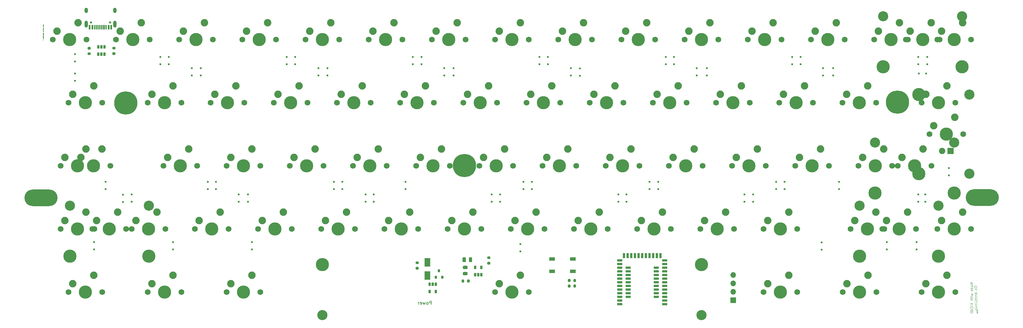
<source format=gbs>
%TF.GenerationSoftware,KiCad,Pcbnew,5.1.10*%
%TF.CreationDate,2021-06-04T23:25:31+02:00*%
%TF.ProjectId,ptm-60nrf,70746d2d-3630-46e7-9266-2e6b69636164,rev?*%
%TF.SameCoordinates,Original*%
%TF.FileFunction,Soldermask,Bot*%
%TF.FilePolarity,Negative*%
%FSLAX46Y46*%
G04 Gerber Fmt 4.6, Leading zero omitted, Abs format (unit mm)*
G04 Created by KiCad (PCBNEW 5.1.10) date 2021-06-04 23:25:31*
%MOMM*%
%LPD*%
G01*
G04 APERTURE LIST*
%ADD10C,0.040000*%
%ADD11C,0.090000*%
%ADD12C,0.050000*%
%ADD13C,0.150000*%
%ADD14R,0.500000X0.500000*%
%ADD15R,1.800000X2.500000*%
%ADD16C,2.250000*%
%ADD17C,3.987800*%
%ADD18C,1.750000*%
%ADD19O,1.700000X1.700000*%
%ADD20R,1.700000X1.700000*%
%ADD21O,9.999980X5.001260*%
%ADD22C,7.000240*%
%ADD23R,1.800000X1.100000*%
%ADD24R,0.650000X1.060000*%
%ADD25R,0.800000X0.900000*%
%ADD26R,0.600000X1.450000*%
%ADD27R,0.300000X1.450000*%
%ADD28O,1.000000X2.100000*%
%ADD29C,0.650000*%
%ADD30O,1.000000X1.600000*%
%ADD31C,3.048000*%
%ADD32R,1.905000X1.905000*%
%ADD33C,1.905000*%
%ADD34R,1.524000X0.700000*%
%ADD35R,0.700000X1.524000*%
G04 APERTURE END LIST*
D10*
X301915000Y-109081666D02*
X301931666Y-109131666D01*
X301948333Y-109148333D01*
X301981666Y-109165000D01*
X302031666Y-109165000D01*
X302065000Y-109148333D01*
X302081666Y-109131666D01*
X302098333Y-109098333D01*
X302098333Y-108965000D01*
X301748333Y-108965000D01*
X301748333Y-109081666D01*
X301765000Y-109115000D01*
X301781666Y-109131666D01*
X301815000Y-109148333D01*
X301848333Y-109148333D01*
X301881666Y-109131666D01*
X301898333Y-109115000D01*
X301915000Y-109081666D01*
X301915000Y-108965000D01*
X301748333Y-109265000D02*
X301748333Y-109465000D01*
X302098333Y-109365000D02*
X301748333Y-109365000D01*
X301748333Y-109548333D02*
X302098333Y-109631666D01*
X301848333Y-109698333D01*
X302098333Y-109765000D01*
X301748333Y-109848333D01*
D11*
X300611785Y-100668571D02*
X299861785Y-100668571D01*
X300397500Y-100918571D01*
X299861785Y-101168571D01*
X300611785Y-101168571D01*
X300611785Y-101847142D02*
X300218928Y-101847142D01*
X300147500Y-101811428D01*
X300111785Y-101740000D01*
X300111785Y-101597142D01*
X300147500Y-101525714D01*
X300576071Y-101847142D02*
X300611785Y-101775714D01*
X300611785Y-101597142D01*
X300576071Y-101525714D01*
X300504642Y-101490000D01*
X300433214Y-101490000D01*
X300361785Y-101525714D01*
X300326071Y-101597142D01*
X300326071Y-101775714D01*
X300290357Y-101847142D01*
X300611785Y-102525714D02*
X299861785Y-102525714D01*
X300576071Y-102525714D02*
X300611785Y-102454285D01*
X300611785Y-102311428D01*
X300576071Y-102240000D01*
X300540357Y-102204285D01*
X300468928Y-102168571D01*
X300254642Y-102168571D01*
X300183214Y-102204285D01*
X300147500Y-102240000D01*
X300111785Y-102311428D01*
X300111785Y-102454285D01*
X300147500Y-102525714D01*
X300576071Y-103168571D02*
X300611785Y-103097142D01*
X300611785Y-102954285D01*
X300576071Y-102882857D01*
X300504642Y-102847142D01*
X300218928Y-102847142D01*
X300147500Y-102882857D01*
X300111785Y-102954285D01*
X300111785Y-103097142D01*
X300147500Y-103168571D01*
X300218928Y-103204285D01*
X300290357Y-103204285D01*
X300361785Y-102847142D01*
X300111785Y-104025714D02*
X300611785Y-104168571D01*
X300254642Y-104311428D01*
X300611785Y-104454285D01*
X300111785Y-104597142D01*
X300611785Y-104882857D02*
X300111785Y-104882857D01*
X299861785Y-104882857D02*
X299897500Y-104847142D01*
X299933214Y-104882857D01*
X299897500Y-104918571D01*
X299861785Y-104882857D01*
X299933214Y-104882857D01*
X300111785Y-105132857D02*
X300111785Y-105418571D01*
X299861785Y-105240000D02*
X300504642Y-105240000D01*
X300576071Y-105275714D01*
X300611785Y-105347142D01*
X300611785Y-105418571D01*
X300611785Y-105668571D02*
X299861785Y-105668571D01*
X300611785Y-105990000D02*
X300218928Y-105990000D01*
X300147500Y-105954285D01*
X300111785Y-105882857D01*
X300111785Y-105775714D01*
X300147500Y-105704285D01*
X300183214Y-105668571D01*
X300611785Y-106918571D02*
X299861785Y-106918571D01*
X300611785Y-107347142D02*
X300183214Y-107025714D01*
X299861785Y-107347142D02*
X300290357Y-106918571D01*
X300611785Y-107668571D02*
X300111785Y-107668571D01*
X299861785Y-107668571D02*
X299897500Y-107632857D01*
X299933214Y-107668571D01*
X299897500Y-107704285D01*
X299861785Y-107668571D01*
X299933214Y-107668571D01*
X300540357Y-108454285D02*
X300576071Y-108418571D01*
X300611785Y-108311428D01*
X300611785Y-108240000D01*
X300576071Y-108132857D01*
X300504642Y-108061428D01*
X300433214Y-108025714D01*
X300290357Y-107990000D01*
X300183214Y-107990000D01*
X300040357Y-108025714D01*
X299968928Y-108061428D01*
X299897500Y-108132857D01*
X299861785Y-108240000D01*
X299861785Y-108311428D01*
X299897500Y-108418571D01*
X299933214Y-108454285D01*
X300397500Y-108740000D02*
X300397500Y-109097142D01*
X300611785Y-108668571D02*
X299861785Y-108918571D01*
X300611785Y-109168571D01*
X300611785Y-109418571D02*
X299861785Y-109418571D01*
X299861785Y-109597142D01*
X299897500Y-109704285D01*
X299968928Y-109775714D01*
X300040357Y-109811428D01*
X300183214Y-109847142D01*
X300290357Y-109847142D01*
X300433214Y-109811428D01*
X300504642Y-109775714D01*
X300576071Y-109704285D01*
X300611785Y-109597142D01*
X300611785Y-109418571D01*
X301076785Y-101865000D02*
X301076785Y-102007857D01*
X301112500Y-102079285D01*
X301183928Y-102150714D01*
X301326785Y-102186428D01*
X301576785Y-102186428D01*
X301719642Y-102150714D01*
X301791071Y-102079285D01*
X301826785Y-102007857D01*
X301826785Y-101865000D01*
X301791071Y-101793571D01*
X301719642Y-101722142D01*
X301576785Y-101686428D01*
X301326785Y-101686428D01*
X301183928Y-101722142D01*
X301112500Y-101793571D01*
X301076785Y-101865000D01*
X301326785Y-102507857D02*
X301826785Y-102507857D01*
X301398214Y-102507857D02*
X301362500Y-102543571D01*
X301326785Y-102615000D01*
X301326785Y-102722142D01*
X301362500Y-102793571D01*
X301433928Y-102829285D01*
X301826785Y-102829285D01*
X301612500Y-103722142D02*
X301612500Y-104079285D01*
X301826785Y-103650714D02*
X301076785Y-103900714D01*
X301826785Y-104150714D01*
X301826785Y-104400714D02*
X301326785Y-104400714D01*
X301469642Y-104400714D02*
X301398214Y-104436428D01*
X301362500Y-104472142D01*
X301326785Y-104543571D01*
X301326785Y-104615000D01*
X301791071Y-105186428D02*
X301826785Y-105115000D01*
X301826785Y-104972142D01*
X301791071Y-104900714D01*
X301755357Y-104865000D01*
X301683928Y-104829285D01*
X301469642Y-104829285D01*
X301398214Y-104865000D01*
X301362500Y-104900714D01*
X301326785Y-104972142D01*
X301326785Y-105115000D01*
X301362500Y-105186428D01*
X301826785Y-105507857D02*
X301076785Y-105507857D01*
X301826785Y-105829285D02*
X301433928Y-105829285D01*
X301362500Y-105793571D01*
X301326785Y-105722142D01*
X301326785Y-105615000D01*
X301362500Y-105543571D01*
X301398214Y-105507857D01*
X301826785Y-106543571D02*
X301826785Y-106186428D01*
X301076785Y-106186428D01*
X301826785Y-106793571D02*
X301326785Y-106793571D01*
X301076785Y-106793571D02*
X301112500Y-106757857D01*
X301148214Y-106793571D01*
X301112500Y-106829285D01*
X301076785Y-106793571D01*
X301148214Y-106793571D01*
X301326785Y-107150714D02*
X301826785Y-107150714D01*
X301398214Y-107150714D02*
X301362500Y-107186428D01*
X301326785Y-107257857D01*
X301326785Y-107365000D01*
X301362500Y-107436428D01*
X301433928Y-107472142D01*
X301826785Y-107472142D01*
X301326785Y-108150714D02*
X301826785Y-108150714D01*
X301326785Y-107829285D02*
X301719642Y-107829285D01*
X301791071Y-107865000D01*
X301826785Y-107936428D01*
X301826785Y-108043571D01*
X301791071Y-108115000D01*
X301755357Y-108150714D01*
X301826785Y-108436428D02*
X301326785Y-108829285D01*
X301326785Y-108436428D02*
X301826785Y-108829285D01*
D12*
X20320714Y-27532083D02*
X20308809Y-27521666D01*
X20296904Y-27535059D01*
X20308809Y-27545476D01*
X20320714Y-27532083D01*
X20296904Y-27535059D01*
X20320714Y-27413035D02*
X20308809Y-27402619D01*
X20296904Y-27416011D01*
X20308809Y-27426428D01*
X20320714Y-27413035D01*
X20296904Y-27416011D01*
X20320714Y-27293988D02*
X20308809Y-27283571D01*
X20296904Y-27296964D01*
X20308809Y-27307380D01*
X20320714Y-27293988D01*
X20296904Y-27296964D01*
X20296904Y-26987440D02*
X20463571Y-26966607D01*
X20546904Y-26956190D02*
X20535000Y-26969583D01*
X20523095Y-26959166D01*
X20535000Y-26945773D01*
X20546904Y-26956190D01*
X20523095Y-26959166D01*
X20463571Y-26847559D02*
X20296904Y-26868392D01*
X20439761Y-26850535D02*
X20451666Y-26837142D01*
X20463571Y-26811845D01*
X20463571Y-26776130D01*
X20451666Y-26753809D01*
X20427857Y-26744880D01*
X20296904Y-26761250D01*
X20463571Y-26514226D02*
X20261190Y-26539523D01*
X20237380Y-26554404D01*
X20225476Y-26567797D01*
X20213571Y-26593095D01*
X20213571Y-26628809D01*
X20225476Y-26651130D01*
X20308809Y-26533571D02*
X20296904Y-26558869D01*
X20296904Y-26606488D01*
X20308809Y-26628809D01*
X20320714Y-26639226D01*
X20344523Y-26648154D01*
X20415952Y-26639226D01*
X20439761Y-26624345D01*
X20451666Y-26610952D01*
X20463571Y-26585654D01*
X20463571Y-26538035D01*
X20451666Y-26515714D01*
X20308809Y-26319285D02*
X20296904Y-26344583D01*
X20296904Y-26392202D01*
X20308809Y-26414523D01*
X20332619Y-26423452D01*
X20427857Y-26411547D01*
X20451666Y-26396666D01*
X20463571Y-26371369D01*
X20463571Y-26323750D01*
X20451666Y-26301428D01*
X20427857Y-26292500D01*
X20404047Y-26295476D01*
X20380238Y-26417500D01*
X20463571Y-26180892D02*
X20296904Y-26201726D01*
X20439761Y-26183869D02*
X20451666Y-26170476D01*
X20463571Y-26145178D01*
X20463571Y-26109464D01*
X20451666Y-26087142D01*
X20427857Y-26078214D01*
X20296904Y-26094583D01*
X20308809Y-25985952D02*
X20296904Y-25963630D01*
X20296904Y-25916011D01*
X20308809Y-25890714D01*
X20332619Y-25875833D01*
X20344523Y-25874345D01*
X20368333Y-25883273D01*
X20380238Y-25905595D01*
X20380238Y-25941309D01*
X20392142Y-25963630D01*
X20415952Y-25972559D01*
X20427857Y-25971071D01*
X20451666Y-25956190D01*
X20463571Y-25930892D01*
X20463571Y-25895178D01*
X20451666Y-25872857D01*
X20463571Y-25788035D02*
X20463571Y-25692797D01*
X20546904Y-25741904D02*
X20332619Y-25768690D01*
X20308809Y-25759761D01*
X20296904Y-25737440D01*
X20296904Y-25713630D01*
X20296904Y-25523154D02*
X20427857Y-25506785D01*
X20451666Y-25515714D01*
X20463571Y-25538035D01*
X20463571Y-25585654D01*
X20451666Y-25610952D01*
X20308809Y-25521666D02*
X20296904Y-25546964D01*
X20296904Y-25606488D01*
X20308809Y-25628809D01*
X20332619Y-25637738D01*
X20356428Y-25634761D01*
X20380238Y-25619880D01*
X20392142Y-25594583D01*
X20392142Y-25535059D01*
X20404047Y-25509761D01*
X20296904Y-25296964D02*
X20546904Y-25265714D01*
X20308809Y-25295476D02*
X20296904Y-25320773D01*
X20296904Y-25368392D01*
X20308809Y-25390714D01*
X20320714Y-25401130D01*
X20344523Y-25410059D01*
X20415952Y-25401130D01*
X20439761Y-25386250D01*
X20451666Y-25372857D01*
X20463571Y-25347559D01*
X20463571Y-25299940D01*
X20451666Y-25277619D01*
X20463571Y-24990416D02*
X20296904Y-24951726D01*
X20463571Y-24871369D01*
X20451666Y-24777619D02*
X20463571Y-24752321D01*
X20463571Y-24704702D01*
X20451666Y-24682380D01*
X20427857Y-24673452D01*
X20308809Y-24581190D02*
X20296904Y-24606488D01*
X20296904Y-24654107D01*
X20308809Y-24676428D01*
X20332619Y-24685357D01*
X20427857Y-24673452D01*
X20451666Y-24658571D01*
X20463571Y-24633273D01*
X20463571Y-24585654D01*
X20451666Y-24563333D01*
X20427857Y-24554404D01*
X20404047Y-24557380D01*
X20392142Y-24677916D01*
X20392142Y-24761250D01*
X20380238Y-24786547D01*
X20356428Y-24801428D01*
X20332619Y-24804404D01*
X20308809Y-24795476D01*
X20296904Y-24773154D01*
X20296904Y-24725535D01*
X20308809Y-24700238D01*
X20332619Y-24685357D01*
X20463571Y-24442797D02*
X20296904Y-24463630D01*
X20439761Y-24445773D02*
X20451666Y-24432380D01*
X20463571Y-24407083D01*
X20463571Y-24371369D01*
X20451666Y-24349047D01*
X20427857Y-24340119D01*
X20296904Y-24356488D01*
X20296904Y-24130297D02*
X20427857Y-24113928D01*
X20451666Y-24122857D01*
X20463571Y-24145178D01*
X20463571Y-24192797D01*
X20451666Y-24218095D01*
X20308809Y-24128809D02*
X20296904Y-24154107D01*
X20296904Y-24213630D01*
X20308809Y-24235952D01*
X20332619Y-24244880D01*
X20356428Y-24241904D01*
X20380238Y-24227023D01*
X20392142Y-24201726D01*
X20392142Y-24142202D01*
X20404047Y-24116904D01*
X20296904Y-24011250D02*
X20463571Y-23990416D01*
X20415952Y-23996369D02*
X20439761Y-23981488D01*
X20451666Y-23968095D01*
X20463571Y-23942797D01*
X20463571Y-23918988D01*
X20308809Y-23759761D02*
X20296904Y-23785059D01*
X20296904Y-23832678D01*
X20308809Y-23855000D01*
X20332619Y-23863928D01*
X20427857Y-23852023D01*
X20451666Y-23837142D01*
X20463571Y-23811845D01*
X20463571Y-23764226D01*
X20451666Y-23741904D01*
X20427857Y-23732976D01*
X20404047Y-23735952D01*
X20380238Y-23857976D01*
X20308809Y-23462142D02*
X20296904Y-23439821D01*
X20296904Y-23392202D01*
X20308809Y-23366904D01*
X20332619Y-23352023D01*
X20344523Y-23350535D01*
X20368333Y-23359464D01*
X20380238Y-23381785D01*
X20380238Y-23417500D01*
X20392142Y-23439821D01*
X20415952Y-23448750D01*
X20427857Y-23447261D01*
X20451666Y-23432380D01*
X20463571Y-23407083D01*
X20463571Y-23371369D01*
X20451666Y-23349047D01*
X20463571Y-23228511D02*
X20249285Y-23255297D01*
X20225476Y-23270178D01*
X20213571Y-23295476D01*
X20213571Y-23307380D01*
X20546904Y-23218095D02*
X20535000Y-23231488D01*
X20523095Y-23221071D01*
X20535000Y-23207678D01*
X20546904Y-23218095D01*
X20523095Y-23221071D01*
X20296904Y-23023154D02*
X20427857Y-23006785D01*
X20451666Y-23015714D01*
X20463571Y-23038035D01*
X20463571Y-23085654D01*
X20451666Y-23110952D01*
X20308809Y-23021666D02*
X20296904Y-23046964D01*
X20296904Y-23106488D01*
X20308809Y-23128809D01*
X20332619Y-23137738D01*
X20356428Y-23134761D01*
X20380238Y-23119880D01*
X20392142Y-23094583D01*
X20392142Y-23035059D01*
X20404047Y-23009761D01*
X20296904Y-22796964D02*
X20427857Y-22780595D01*
X20451666Y-22789523D01*
X20463571Y-22811845D01*
X20463571Y-22859464D01*
X20451666Y-22884761D01*
X20308809Y-22795476D02*
X20296904Y-22820773D01*
X20296904Y-22880297D01*
X20308809Y-22902619D01*
X20332619Y-22911547D01*
X20356428Y-22908571D01*
X20380238Y-22893690D01*
X20392142Y-22868392D01*
X20392142Y-22808869D01*
X20404047Y-22783571D01*
D13*
X137376190Y-107252380D02*
X137376190Y-106252380D01*
X136995238Y-106252380D01*
X136900000Y-106300000D01*
X136852380Y-106347619D01*
X136804761Y-106442857D01*
X136804761Y-106585714D01*
X136852380Y-106680952D01*
X136900000Y-106728571D01*
X136995238Y-106776190D01*
X137376190Y-106776190D01*
X136233333Y-107252380D02*
X136328571Y-107204761D01*
X136376190Y-107157142D01*
X136423809Y-107061904D01*
X136423809Y-106776190D01*
X136376190Y-106680952D01*
X136328571Y-106633333D01*
X136233333Y-106585714D01*
X136090476Y-106585714D01*
X135995238Y-106633333D01*
X135947619Y-106680952D01*
X135900000Y-106776190D01*
X135900000Y-107061904D01*
X135947619Y-107157142D01*
X135995238Y-107204761D01*
X136090476Y-107252380D01*
X136233333Y-107252380D01*
X135566666Y-106585714D02*
X135376190Y-107252380D01*
X135185714Y-106776190D01*
X134995238Y-107252380D01*
X134804761Y-106585714D01*
X134042857Y-107204761D02*
X134138095Y-107252380D01*
X134328571Y-107252380D01*
X134423809Y-107204761D01*
X134471428Y-107109523D01*
X134471428Y-106728571D01*
X134423809Y-106633333D01*
X134328571Y-106585714D01*
X134138095Y-106585714D01*
X134042857Y-106633333D01*
X133995238Y-106728571D01*
X133995238Y-106823809D01*
X134471428Y-106919047D01*
X133566666Y-107252380D02*
X133566666Y-106585714D01*
X133566666Y-106776190D02*
X133519047Y-106680952D01*
X133471428Y-106633333D01*
X133376190Y-106585714D01*
X133280952Y-106585714D01*
D14*
%TO.C,D71*%
X283680000Y-90700000D03*
X283680000Y-88500000D03*
%TD*%
%TO.C,D70*%
X274710000Y-90700000D03*
X274710000Y-88500000D03*
%TD*%
%TO.C,D69*%
X255080000Y-90710000D03*
X255080000Y-88510000D03*
%TD*%
%TO.C,D68*%
X164210000Y-91230000D03*
X164210000Y-89030000D03*
%TD*%
%TO.C,D67*%
X83250000Y-90690000D03*
X83250000Y-88490000D03*
%TD*%
%TO.C,D66*%
X59430000Y-90680000D03*
X59430000Y-88480000D03*
%TD*%
%TO.C,D65*%
X35640000Y-90700000D03*
X35640000Y-88500000D03*
%TD*%
%TO.C,D64*%
X286300000Y-76300000D03*
X286300000Y-74100000D03*
%TD*%
%TO.C,D62*%
X284125000Y-76300000D03*
X284125000Y-74100000D03*
%TD*%
%TO.C,D61*%
X234375000Y-76300000D03*
X234375000Y-74100000D03*
%TD*%
%TO.C,D60*%
X231775000Y-76300000D03*
X231775000Y-74100000D03*
%TD*%
%TO.C,D59*%
X196200000Y-76300000D03*
X196200000Y-74100000D03*
%TD*%
%TO.C,D58*%
X193750000Y-76300000D03*
X193750000Y-74100000D03*
%TD*%
%TO.C,D57*%
X158100000Y-76300000D03*
X158100000Y-74100000D03*
%TD*%
%TO.C,D56*%
X155575000Y-76300000D03*
X155575000Y-74100000D03*
%TD*%
%TO.C,D55*%
X119975000Y-76300000D03*
X119975000Y-74100000D03*
%TD*%
%TO.C,D54*%
X117500000Y-76300000D03*
X117500000Y-74100000D03*
%TD*%
%TO.C,D53*%
X82042000Y-76300000D03*
X82042000Y-74100000D03*
%TD*%
%TO.C,D52*%
X79248000Y-76300000D03*
X79248000Y-74100000D03*
%TD*%
%TO.C,D51*%
X47025000Y-76300000D03*
X47025000Y-74100000D03*
%TD*%
%TO.C,D49*%
X44370000Y-76325000D03*
X44370000Y-74125000D03*
%TD*%
%TO.C,D47*%
X293370000Y-66083000D03*
X293370000Y-68283000D03*
%TD*%
%TO.C,D46*%
X260250000Y-70275000D03*
X260250000Y-72475000D03*
%TD*%
%TO.C,D45*%
X243850000Y-70275000D03*
X243850000Y-72475000D03*
%TD*%
%TO.C,D44*%
X241300000Y-70275000D03*
X241300000Y-72475000D03*
%TD*%
%TO.C,D43*%
X205775000Y-70275000D03*
X205775000Y-72475000D03*
%TD*%
%TO.C,D42*%
X203175000Y-70275000D03*
X203175000Y-72475000D03*
%TD*%
%TO.C,D41*%
X167650000Y-70275000D03*
X167650000Y-72475000D03*
%TD*%
%TO.C,D40*%
X165150000Y-70275000D03*
X165150000Y-72475000D03*
%TD*%
%TO.C,D39*%
X129525000Y-70250000D03*
X129525000Y-72450000D03*
%TD*%
%TO.C,D38*%
X110525000Y-70250000D03*
X110525000Y-72450000D03*
%TD*%
%TO.C,D37*%
X107950000Y-70250000D03*
X107950000Y-72450000D03*
%TD*%
%TO.C,D36*%
X72375000Y-70250000D03*
X72375000Y-72450000D03*
%TD*%
%TO.C,D35*%
X70000000Y-70250000D03*
X70000000Y-72450000D03*
%TD*%
%TO.C,D33*%
X39110000Y-70300000D03*
X39110000Y-72500000D03*
%TD*%
%TO.C,D32*%
X286500000Y-37600000D03*
X284300000Y-37600000D03*
%TD*%
%TO.C,D31*%
X258475000Y-38180000D03*
X258475000Y-35980000D03*
%TD*%
%TO.C,D30*%
X255450000Y-38180000D03*
X255450000Y-35980000D03*
%TD*%
%TO.C,D29*%
X220425000Y-38200000D03*
X220425000Y-36000000D03*
%TD*%
%TO.C,D28*%
X217400000Y-38200000D03*
X217400000Y-36000000D03*
%TD*%
%TO.C,D27*%
X182175000Y-38225000D03*
X182175000Y-36025000D03*
%TD*%
%TO.C,D26*%
X179400000Y-38200000D03*
X179400000Y-36000000D03*
%TD*%
%TO.C,D25*%
X144050000Y-38200000D03*
X144050000Y-36000000D03*
%TD*%
%TO.C,D24*%
X141275000Y-38200000D03*
X141275000Y-36000000D03*
%TD*%
%TO.C,D23*%
X106025000Y-38180000D03*
X106025000Y-35980000D03*
%TD*%
%TO.C,D22*%
X103275000Y-38175000D03*
X103275000Y-35975000D03*
%TD*%
%TO.C,D21*%
X67875000Y-38200000D03*
X67875000Y-36000000D03*
%TD*%
%TO.C,D20*%
X65150000Y-38175000D03*
X65150000Y-35975000D03*
%TD*%
%TO.C,D19*%
X29950000Y-39810000D03*
X29950000Y-37610000D03*
%TD*%
%TO.C,D18*%
X286850000Y-32555000D03*
X286850000Y-34755000D03*
%TD*%
%TO.C,D16*%
X284200000Y-32550000D03*
X284200000Y-34750000D03*
%TD*%
%TO.C,D15*%
X248700000Y-32550000D03*
X248700000Y-34750000D03*
%TD*%
%TO.C,D14*%
X246125000Y-32555000D03*
X246125000Y-34755000D03*
%TD*%
%TO.C,D13*%
X210525000Y-32555000D03*
X210525000Y-34755000D03*
%TD*%
%TO.C,D12*%
X208025000Y-32555000D03*
X208025000Y-34755000D03*
%TD*%
%TO.C,D11*%
X172475000Y-32550000D03*
X172475000Y-34750000D03*
%TD*%
%TO.C,D10*%
X169925000Y-32550000D03*
X169925000Y-34750000D03*
%TD*%
%TO.C,D9*%
X134375000Y-32550000D03*
X134375000Y-34750000D03*
%TD*%
%TO.C,D8*%
X131800000Y-32550000D03*
X131800000Y-34750000D03*
%TD*%
%TO.C,D7*%
X96275000Y-32550000D03*
X96275000Y-34750000D03*
%TD*%
%TO.C,D6*%
X93775000Y-32550000D03*
X93775000Y-34750000D03*
%TD*%
%TO.C,D5*%
X58175000Y-32555000D03*
X58175000Y-34755000D03*
%TD*%
%TO.C,D4*%
X55650000Y-32555000D03*
X55650000Y-34755000D03*
%TD*%
%TO.C,D3*%
X29940000Y-31760000D03*
X29940000Y-33960000D03*
%TD*%
D15*
%TO.C,D2*%
X136144000Y-94520000D03*
X136144000Y-98520000D03*
%TD*%
D16*
%TO.C,MX56*%
X188003054Y-79368542D03*
D17*
X185463054Y-84448542D03*
D16*
X181653054Y-81908542D03*
D18*
X180383054Y-84448542D03*
X190543054Y-84448542D03*
%TD*%
D19*
%TO.C,J4*%
X228375000Y-98395000D03*
X228375000Y-100935000D03*
X228375000Y-103475000D03*
D20*
X228375000Y-106015000D03*
%TD*%
D21*
%TO.C,HOLE*%
X303440000Y-75000000D03*
%TD*%
D22*
%TO.C,HOLE*%
X277860000Y-46210000D03*
%TD*%
%TO.C,HOLE*%
X147360000Y-65380000D03*
%TD*%
%TO.C,HOLE*%
X45220000Y-46460000D03*
%TD*%
D21*
%TO.C,HOLE*%
X19650000Y-75070000D03*
%TD*%
D23*
%TO.C,Reset1*%
X173800000Y-97275000D03*
X180000000Y-97275000D03*
X173800000Y-93575000D03*
X180000000Y-93575000D03*
%TD*%
%TO.C,R7*%
G36*
G01*
X179325000Y-101425000D02*
X179325000Y-101975000D01*
G75*
G02*
X179125000Y-102175000I-200000J0D01*
G01*
X178725000Y-102175000D01*
G75*
G02*
X178525000Y-101975000I0J200000D01*
G01*
X178525000Y-101425000D01*
G75*
G02*
X178725000Y-101225000I200000J0D01*
G01*
X179125000Y-101225000D01*
G75*
G02*
X179325000Y-101425000I0J-200000D01*
G01*
G37*
G36*
G01*
X180975000Y-101425000D02*
X180975000Y-101975000D01*
G75*
G02*
X180775000Y-102175000I-200000J0D01*
G01*
X180375000Y-102175000D01*
G75*
G02*
X180175000Y-101975000I0J200000D01*
G01*
X180175000Y-101425000D01*
G75*
G02*
X180375000Y-101225000I200000J0D01*
G01*
X180775000Y-101225000D01*
G75*
G02*
X180975000Y-101425000I0J-200000D01*
G01*
G37*
%TD*%
%TO.C,R6*%
G36*
G01*
X180175000Y-100325000D02*
X180175000Y-99775000D01*
G75*
G02*
X180375000Y-99575000I200000J0D01*
G01*
X180775000Y-99575000D01*
G75*
G02*
X180975000Y-99775000I0J-200000D01*
G01*
X180975000Y-100325000D01*
G75*
G02*
X180775000Y-100525000I-200000J0D01*
G01*
X180375000Y-100525000D01*
G75*
G02*
X180175000Y-100325000I0J200000D01*
G01*
G37*
G36*
G01*
X178525000Y-100325000D02*
X178525000Y-99775000D01*
G75*
G02*
X178725000Y-99575000I200000J0D01*
G01*
X179125000Y-99575000D01*
G75*
G02*
X179325000Y-99775000I0J-200000D01*
G01*
X179325000Y-100325000D01*
G75*
G02*
X179125000Y-100525000I-200000J0D01*
G01*
X178725000Y-100525000D01*
G75*
G02*
X178525000Y-100325000I0J200000D01*
G01*
G37*
%TD*%
%TO.C,R5*%
G36*
G01*
X33888000Y-31223000D02*
X34438000Y-31223000D01*
G75*
G02*
X34638000Y-31423000I0J-200000D01*
G01*
X34638000Y-31823000D01*
G75*
G02*
X34438000Y-32023000I-200000J0D01*
G01*
X33888000Y-32023000D01*
G75*
G02*
X33688000Y-31823000I0J200000D01*
G01*
X33688000Y-31423000D01*
G75*
G02*
X33888000Y-31223000I200000J0D01*
G01*
G37*
G36*
G01*
X33888000Y-29573000D02*
X34438000Y-29573000D01*
G75*
G02*
X34638000Y-29773000I0J-200000D01*
G01*
X34638000Y-30173000D01*
G75*
G02*
X34438000Y-30373000I-200000J0D01*
G01*
X33888000Y-30373000D01*
G75*
G02*
X33688000Y-30173000I0J200000D01*
G01*
X33688000Y-29773000D01*
G75*
G02*
X33888000Y-29573000I200000J0D01*
G01*
G37*
%TD*%
%TO.C,R4*%
G36*
G01*
X41381000Y-31159000D02*
X41931000Y-31159000D01*
G75*
G02*
X42131000Y-31359000I0J-200000D01*
G01*
X42131000Y-31759000D01*
G75*
G02*
X41931000Y-31959000I-200000J0D01*
G01*
X41381000Y-31959000D01*
G75*
G02*
X41181000Y-31759000I0J200000D01*
G01*
X41181000Y-31359000D01*
G75*
G02*
X41381000Y-31159000I200000J0D01*
G01*
G37*
G36*
G01*
X41381000Y-29509000D02*
X41931000Y-29509000D01*
G75*
G02*
X42131000Y-29709000I0J-200000D01*
G01*
X42131000Y-30109000D01*
G75*
G02*
X41931000Y-30309000I-200000J0D01*
G01*
X41381000Y-30309000D01*
G75*
G02*
X41181000Y-30109000I0J200000D01*
G01*
X41181000Y-29709000D01*
G75*
G02*
X41381000Y-29509000I200000J0D01*
G01*
G37*
%TD*%
%TO.C,R3*%
G36*
G01*
X132821000Y-95929000D02*
X133371000Y-95929000D01*
G75*
G02*
X133571000Y-96129000I0J-200000D01*
G01*
X133571000Y-96529000D01*
G75*
G02*
X133371000Y-96729000I-200000J0D01*
G01*
X132821000Y-96729000D01*
G75*
G02*
X132621000Y-96529000I0J200000D01*
G01*
X132621000Y-96129000D01*
G75*
G02*
X132821000Y-95929000I200000J0D01*
G01*
G37*
G36*
G01*
X132821000Y-94279000D02*
X133371000Y-94279000D01*
G75*
G02*
X133571000Y-94479000I0J-200000D01*
G01*
X133571000Y-94879000D01*
G75*
G02*
X133371000Y-95079000I-200000J0D01*
G01*
X132821000Y-95079000D01*
G75*
G02*
X132621000Y-94879000I0J200000D01*
G01*
X132621000Y-94479000D01*
G75*
G02*
X132821000Y-94279000I200000J0D01*
G01*
G37*
%TD*%
%TO.C,R2*%
G36*
G01*
X154411000Y-94405000D02*
X154961000Y-94405000D01*
G75*
G02*
X155161000Y-94605000I0J-200000D01*
G01*
X155161000Y-95005000D01*
G75*
G02*
X154961000Y-95205000I-200000J0D01*
G01*
X154411000Y-95205000D01*
G75*
G02*
X154211000Y-95005000I0J200000D01*
G01*
X154211000Y-94605000D01*
G75*
G02*
X154411000Y-94405000I200000J0D01*
G01*
G37*
G36*
G01*
X154411000Y-92755000D02*
X154961000Y-92755000D01*
G75*
G02*
X155161000Y-92955000I0J-200000D01*
G01*
X155161000Y-93355000D01*
G75*
G02*
X154961000Y-93555000I-200000J0D01*
G01*
X154411000Y-93555000D01*
G75*
G02*
X154211000Y-93355000I0J200000D01*
G01*
X154211000Y-92955000D01*
G75*
G02*
X154411000Y-92755000I200000J0D01*
G01*
G37*
%TD*%
%TO.C,R1*%
G36*
G01*
X148126000Y-100478000D02*
X148126000Y-99928000D01*
G75*
G02*
X148326000Y-99728000I200000J0D01*
G01*
X148726000Y-99728000D01*
G75*
G02*
X148926000Y-99928000I0J-200000D01*
G01*
X148926000Y-100478000D01*
G75*
G02*
X148726000Y-100678000I-200000J0D01*
G01*
X148326000Y-100678000D01*
G75*
G02*
X148126000Y-100478000I0J200000D01*
G01*
G37*
G36*
G01*
X146476000Y-100478000D02*
X146476000Y-99928000D01*
G75*
G02*
X146676000Y-99728000I200000J0D01*
G01*
X147076000Y-99728000D01*
G75*
G02*
X147276000Y-99928000I0J-200000D01*
G01*
X147276000Y-100478000D01*
G75*
G02*
X147076000Y-100678000I-200000J0D01*
G01*
X146676000Y-100678000D01*
G75*
G02*
X146476000Y-100478000I0J200000D01*
G01*
G37*
%TD*%
D24*
%TO.C,U4*%
X37846000Y-29507000D03*
X38796000Y-29507000D03*
X36896000Y-29507000D03*
X36896000Y-31707000D03*
X37846000Y-31707000D03*
X38796000Y-31707000D03*
%TD*%
%TO.C,U2*%
X136810000Y-103330000D03*
X138710000Y-103330000D03*
X138710000Y-101130000D03*
X137760000Y-101130000D03*
X136810000Y-101130000D03*
%TD*%
%TO.C,U1*%
X152461000Y-96055000D03*
X150561000Y-96055000D03*
X150561000Y-98255000D03*
X151511000Y-98255000D03*
X152461000Y-98255000D03*
%TD*%
D25*
%TO.C,Q1*%
X139680000Y-97070000D03*
X138730000Y-99070000D03*
X140630000Y-99070000D03*
%TD*%
D26*
%TO.C,J1*%
X40842000Y-23603000D03*
X40042000Y-23603000D03*
X35142000Y-23603000D03*
X34342000Y-23603000D03*
X34342000Y-23603000D03*
X35142000Y-23603000D03*
X40042000Y-23603000D03*
X40842000Y-23603000D03*
D27*
X35842000Y-23603000D03*
X36342000Y-23603000D03*
X36842000Y-23603000D03*
X37842000Y-23603000D03*
X38342000Y-23603000D03*
X38842000Y-23603000D03*
X39342000Y-23603000D03*
X37342000Y-23603000D03*
D28*
X41912000Y-22688000D03*
X33272000Y-22688000D03*
D29*
X34702000Y-22158000D03*
D30*
X33272000Y-18508000D03*
D29*
X40482000Y-22158000D03*
D30*
X41912000Y-18508000D03*
%TD*%
%TO.C,D1*%
G36*
G01*
X148030250Y-96578000D02*
X147117750Y-96578000D01*
G75*
G02*
X146874000Y-96334250I0J243750D01*
G01*
X146874000Y-95846750D01*
G75*
G02*
X147117750Y-95603000I243750J0D01*
G01*
X148030250Y-95603000D01*
G75*
G02*
X148274000Y-95846750I0J-243750D01*
G01*
X148274000Y-96334250D01*
G75*
G02*
X148030250Y-96578000I-243750J0D01*
G01*
G37*
G36*
G01*
X148030250Y-98453000D02*
X147117750Y-98453000D01*
G75*
G02*
X146874000Y-98209250I0J243750D01*
G01*
X146874000Y-97721750D01*
G75*
G02*
X147117750Y-97478000I243750J0D01*
G01*
X148030250Y-97478000D01*
G75*
G02*
X148274000Y-97721750I0J-243750D01*
G01*
X148274000Y-98209250D01*
G75*
G02*
X148030250Y-98453000I-243750J0D01*
G01*
G37*
%TD*%
%TO.C,C1*%
G36*
G01*
X148670000Y-94245000D02*
X148670000Y-93295000D01*
G75*
G02*
X148920000Y-93045000I250000J0D01*
G01*
X149420000Y-93045000D01*
G75*
G02*
X149670000Y-93295000I0J-250000D01*
G01*
X149670000Y-94245000D01*
G75*
G02*
X149420000Y-94495000I-250000J0D01*
G01*
X148920000Y-94495000D01*
G75*
G02*
X148670000Y-94245000I0J250000D01*
G01*
G37*
G36*
G01*
X146770000Y-94245000D02*
X146770000Y-93295000D01*
G75*
G02*
X147020000Y-93045000I250000J0D01*
G01*
X147520000Y-93045000D01*
G75*
G02*
X147770000Y-93295000I0J-250000D01*
G01*
X147770000Y-94245000D01*
G75*
G02*
X147520000Y-94495000I-250000J0D01*
G01*
X147020000Y-94495000D01*
G75*
G02*
X146770000Y-94245000I0J250000D01*
G01*
G37*
%TD*%
D16*
%TO.C,MX68*%
X268986000Y-98425000D03*
D17*
X266446000Y-103505000D03*
D16*
X262636000Y-100965000D03*
D18*
X261366000Y-103505000D03*
X271526000Y-103505000D03*
%TD*%
D16*
%TO.C,MX43*%
X254678054Y-60318542D03*
D17*
X252138054Y-65398542D03*
D16*
X248328054Y-62858542D03*
D18*
X247058054Y-65398542D03*
X257218054Y-65398542D03*
%TD*%
D16*
%TO.C,MX39*%
X178478054Y-60318542D03*
D17*
X175938054Y-65398542D03*
D16*
X172128054Y-62858542D03*
D18*
X170858054Y-65398542D03*
X181018054Y-65398542D03*
%TD*%
D16*
%TO.C,MX35*%
X102278054Y-60318542D03*
D17*
X99738054Y-65398542D03*
D16*
X95928054Y-62858542D03*
D18*
X94658054Y-65398542D03*
X104818054Y-65398542D03*
%TD*%
D16*
%TO.C,MX50*%
X73703054Y-79368542D03*
D17*
X71163054Y-84448542D03*
D16*
X67353054Y-81908542D03*
D18*
X66083054Y-84448542D03*
X76243054Y-84448542D03*
%TD*%
D16*
%TO.C,MX28*%
X249915554Y-41268542D03*
D17*
X247375554Y-46348542D03*
D16*
X243565554Y-43808542D03*
D18*
X242295554Y-46348542D03*
X252455554Y-46348542D03*
%TD*%
D16*
%TO.C,MX55*%
X168953054Y-79368542D03*
D17*
X166413054Y-84448542D03*
D16*
X162603054Y-81908542D03*
D18*
X161333054Y-84448542D03*
X171493054Y-84448542D03*
%TD*%
D16*
%TO.C,MX22*%
X135615554Y-41268542D03*
D17*
X133075554Y-46348542D03*
D16*
X129265554Y-43808542D03*
D18*
X127995554Y-46348542D03*
X138155554Y-46348542D03*
%TD*%
D16*
%TO.C,MX53*%
X130853054Y-79368542D03*
D17*
X128313054Y-84448542D03*
D16*
X124503054Y-81908542D03*
D18*
X123233054Y-84448542D03*
X133393054Y-84448542D03*
%TD*%
D16*
%TO.C,MX38*%
X159428054Y-60318542D03*
D17*
X156888054Y-65398542D03*
D16*
X153078054Y-62858542D03*
D18*
X151808054Y-65398542D03*
X161968054Y-65398542D03*
%TD*%
D16*
%TO.C,MX66*%
X164211000Y-98425000D03*
D17*
X161671000Y-103505000D03*
D16*
X157861000Y-100965000D03*
D18*
X156591000Y-103505000D03*
X166751000Y-103505000D03*
D31*
X104521000Y-110490000D03*
X218821000Y-110490000D03*
D17*
X104521000Y-95250000D03*
X218821000Y-95250000D03*
%TD*%
%TO.C,MX46*%
X284358054Y-43935542D03*
X284358054Y-67811542D03*
D31*
X299598054Y-43935542D03*
X299598054Y-67811542D03*
D18*
X297693054Y-55873542D03*
X287533054Y-55873542D03*
D32*
X293883054Y-60953542D03*
D33*
X291343054Y-60953542D03*
D16*
X288803054Y-53333542D03*
D17*
X292613054Y-55873542D03*
D16*
X295153054Y-50793542D03*
%TD*%
%TO.C,MX48*%
X42799250Y-79374500D03*
D17*
X40259250Y-84454500D03*
D16*
X36449250Y-81914500D03*
D18*
X35179250Y-84454500D03*
X45339250Y-84454500D03*
D31*
X28353000Y-77469500D03*
X52165500Y-77469500D03*
D17*
X28353000Y-92709500D03*
X52165500Y-92709500D03*
%TD*%
D16*
%TO.C,MX47*%
X33249250Y-79374500D03*
D17*
X30709250Y-84454500D03*
D16*
X26899250Y-81914500D03*
D18*
X25629250Y-84454500D03*
X35789250Y-84454500D03*
%TD*%
D16*
%TO.C,MX69*%
X292799500Y-98425000D03*
D17*
X290259500Y-103505000D03*
D16*
X286449500Y-100965000D03*
D18*
X285179500Y-103505000D03*
X295339500Y-103505000D03*
%TD*%
D16*
%TO.C,MX67*%
X245172500Y-98425000D03*
D17*
X242632500Y-103505000D03*
D16*
X238822500Y-100965000D03*
D18*
X237552500Y-103505000D03*
X247712500Y-103505000D03*
%TD*%
D16*
%TO.C,MX65*%
X83247500Y-98424500D03*
D17*
X80707500Y-103504500D03*
D16*
X76897500Y-100964500D03*
D18*
X75627500Y-103504500D03*
X85787500Y-103504500D03*
%TD*%
D16*
%TO.C,MX64*%
X59436000Y-98425000D03*
D17*
X56896000Y-103505000D03*
D16*
X53086000Y-100965000D03*
D18*
X51816000Y-103505000D03*
X61976000Y-103505000D03*
%TD*%
D16*
%TO.C,MX63*%
X35624250Y-98424500D03*
D17*
X33084250Y-103504500D03*
D16*
X29274250Y-100964500D03*
D18*
X28004250Y-103504500D03*
X38164250Y-103504500D03*
%TD*%
D16*
%TO.C,MX62*%
X297561000Y-79375000D03*
D17*
X295021000Y-84455000D03*
D16*
X291211000Y-81915000D03*
D18*
X289941000Y-84455000D03*
X300101000Y-84455000D03*
%TD*%
D16*
%TO.C,MX61*%
X280924000Y-79375000D03*
D17*
X278384000Y-84455000D03*
D16*
X274574000Y-81915000D03*
D18*
X273304000Y-84455000D03*
X283464000Y-84455000D03*
D31*
X266477750Y-77470000D03*
X290290250Y-77470000D03*
D17*
X266477750Y-92710000D03*
X290290250Y-92710000D03*
%TD*%
D16*
%TO.C,MX60*%
X271399000Y-79375000D03*
D17*
X268859000Y-84455000D03*
D16*
X265049000Y-81915000D03*
D18*
X263779000Y-84455000D03*
X273939000Y-84455000D03*
%TD*%
D16*
%TO.C,MX59*%
X245153054Y-79368542D03*
D17*
X242613054Y-84448542D03*
D16*
X238803054Y-81908542D03*
D18*
X237533054Y-84448542D03*
X247693054Y-84448542D03*
%TD*%
D16*
%TO.C,MX58*%
X226103054Y-79368542D03*
D17*
X223563054Y-84448542D03*
D16*
X219753054Y-81908542D03*
D18*
X218483054Y-84448542D03*
X228643054Y-84448542D03*
%TD*%
D16*
%TO.C,MX57*%
X207053054Y-79368542D03*
D17*
X204513054Y-84448542D03*
D16*
X200703054Y-81908542D03*
D18*
X199433054Y-84448542D03*
X209593054Y-84448542D03*
%TD*%
D16*
%TO.C,MX54*%
X149903054Y-79368542D03*
D17*
X147363054Y-84448542D03*
D16*
X143553054Y-81908542D03*
D18*
X142283054Y-84448542D03*
X152443054Y-84448542D03*
%TD*%
D16*
%TO.C,MX52*%
X111803054Y-79368542D03*
D17*
X109263054Y-84448542D03*
D16*
X105453054Y-81908542D03*
D18*
X104183054Y-84448542D03*
X114343054Y-84448542D03*
%TD*%
D16*
%TO.C,MX51*%
X92753054Y-79368542D03*
D17*
X90213054Y-84448542D03*
D16*
X86403054Y-81908542D03*
D18*
X85133054Y-84448542D03*
X95293054Y-84448542D03*
%TD*%
D16*
%TO.C,MX49*%
X54673500Y-79375000D03*
D17*
X52133500Y-84455000D03*
D16*
X48323500Y-81915000D03*
D18*
X47053500Y-84455000D03*
X57213500Y-84455000D03*
%TD*%
D16*
%TO.C,MX45*%
X285603054Y-60318542D03*
D17*
X283063054Y-65398542D03*
D16*
X279253054Y-62858542D03*
D18*
X277983054Y-65398542D03*
X288143054Y-65398542D03*
D31*
X271156804Y-58413542D03*
X294969304Y-58413542D03*
D17*
X271156804Y-73653542D03*
X294969304Y-73653542D03*
%TD*%
D16*
%TO.C,MX44*%
X273728054Y-60318542D03*
D17*
X271188054Y-65398542D03*
D16*
X267378054Y-62858542D03*
D18*
X266108054Y-65398542D03*
X276268054Y-65398542D03*
%TD*%
D16*
%TO.C,MX42*%
X235628054Y-60318542D03*
D17*
X233088054Y-65398542D03*
D16*
X229278054Y-62858542D03*
D18*
X228008054Y-65398542D03*
X238168054Y-65398542D03*
%TD*%
D16*
%TO.C,MX41*%
X216578054Y-60318542D03*
D17*
X214038054Y-65398542D03*
D16*
X210228054Y-62858542D03*
D18*
X208958054Y-65398542D03*
X219118054Y-65398542D03*
%TD*%
D16*
%TO.C,MX40*%
X197528054Y-60318542D03*
D17*
X194988054Y-65398542D03*
D16*
X191178054Y-62858542D03*
D18*
X189908054Y-65398542D03*
X200068054Y-65398542D03*
%TD*%
D16*
%TO.C,MX37*%
X140378054Y-60318542D03*
D17*
X137838054Y-65398542D03*
D16*
X134028054Y-62858542D03*
D18*
X132758054Y-65398542D03*
X142918054Y-65398542D03*
%TD*%
D16*
%TO.C,MX36*%
X121328054Y-60318542D03*
D17*
X118788054Y-65398542D03*
D16*
X114978054Y-62858542D03*
D18*
X113708054Y-65398542D03*
X123868054Y-65398542D03*
%TD*%
D16*
%TO.C,MX34*%
X83228054Y-60318542D03*
D17*
X80688054Y-65398542D03*
D16*
X76878054Y-62858542D03*
D18*
X75608054Y-65398542D03*
X85768054Y-65398542D03*
%TD*%
D16*
%TO.C,MX33*%
X64198500Y-60325000D03*
D17*
X61658500Y-65405000D03*
D16*
X57848500Y-62865000D03*
D18*
X56578500Y-65405000D03*
X66738500Y-65405000D03*
%TD*%
D16*
%TO.C,MX32*%
X38018000Y-60324500D03*
D17*
X35478000Y-65404500D03*
D16*
X31668000Y-62864500D03*
D18*
X30398000Y-65404500D03*
X40558000Y-65404500D03*
%TD*%
D16*
%TO.C,MX31*%
X33249250Y-60324500D03*
D17*
X30709250Y-65404500D03*
D16*
X26899250Y-62864500D03*
D18*
X25629250Y-65404500D03*
X35789250Y-65404500D03*
%TD*%
D16*
%TO.C,MX30*%
X292765554Y-41268542D03*
D17*
X290225554Y-46348542D03*
D16*
X286415554Y-43808542D03*
D18*
X285145554Y-46348542D03*
X295305554Y-46348542D03*
%TD*%
D16*
%TO.C,MX29*%
X268965554Y-41268542D03*
D17*
X266425554Y-46348542D03*
D16*
X262615554Y-43808542D03*
D18*
X261345554Y-46348542D03*
X271505554Y-46348542D03*
%TD*%
D16*
%TO.C,MX27*%
X230865554Y-41268542D03*
D17*
X228325554Y-46348542D03*
D16*
X224515554Y-43808542D03*
D18*
X223245554Y-46348542D03*
X233405554Y-46348542D03*
%TD*%
D16*
%TO.C,MX26*%
X211815554Y-41268542D03*
D17*
X209275554Y-46348542D03*
D16*
X205465554Y-43808542D03*
D18*
X204195554Y-46348542D03*
X214355554Y-46348542D03*
%TD*%
D16*
%TO.C,MX25*%
X192765554Y-41268542D03*
D17*
X190225554Y-46348542D03*
D16*
X186415554Y-43808542D03*
D18*
X185145554Y-46348542D03*
X195305554Y-46348542D03*
%TD*%
D16*
%TO.C,MX24*%
X173715554Y-41268542D03*
D17*
X171175554Y-46348542D03*
D16*
X167365554Y-43808542D03*
D18*
X166095554Y-46348542D03*
X176255554Y-46348542D03*
%TD*%
D16*
%TO.C,MX23*%
X154665554Y-41268542D03*
D17*
X152125554Y-46348542D03*
D16*
X148315554Y-43808542D03*
D18*
X147045554Y-46348542D03*
X157205554Y-46348542D03*
%TD*%
D16*
%TO.C,MX21*%
X116565554Y-41268542D03*
D17*
X114025554Y-46348542D03*
D16*
X110215554Y-43808542D03*
D18*
X108945554Y-46348542D03*
X119105554Y-46348542D03*
%TD*%
D16*
%TO.C,MX20*%
X97515554Y-41268542D03*
D17*
X94975554Y-46348542D03*
D16*
X91165554Y-43808542D03*
D18*
X89895554Y-46348542D03*
X100055554Y-46348542D03*
%TD*%
D16*
%TO.C,MX19*%
X78465554Y-41268542D03*
D17*
X75925554Y-46348542D03*
D16*
X72115554Y-43808542D03*
D18*
X70845554Y-46348542D03*
X81005554Y-46348542D03*
%TD*%
D16*
%TO.C,MX18*%
X59436000Y-41275000D03*
D17*
X56896000Y-46355000D03*
D16*
X53086000Y-43815000D03*
D18*
X51816000Y-46355000D03*
X61976000Y-46355000D03*
%TD*%
D16*
%TO.C,MX17*%
X35624250Y-41274500D03*
D17*
X33084250Y-46354500D03*
D16*
X29274250Y-43814500D03*
D18*
X28004250Y-46354500D03*
X38164250Y-46354500D03*
%TD*%
D16*
%TO.C,MX16*%
X297561000Y-22225000D03*
D17*
X295021000Y-27305000D03*
D16*
X291211000Y-24765000D03*
D18*
X289941000Y-27305000D03*
X300101000Y-27305000D03*
%TD*%
D16*
%TO.C,MX15*%
X288036000Y-22225000D03*
D17*
X285496000Y-27305000D03*
D16*
X281686000Y-24765000D03*
D18*
X280416000Y-27305000D03*
X290576000Y-27305000D03*
D31*
X273589750Y-20320000D03*
X297402250Y-20320000D03*
D17*
X273589750Y-35560000D03*
X297402250Y-35560000D03*
%TD*%
D16*
%TO.C,MX14*%
X278511000Y-22225000D03*
D17*
X275971000Y-27305000D03*
D16*
X272161000Y-24765000D03*
D18*
X270891000Y-27305000D03*
X281051000Y-27305000D03*
%TD*%
D16*
%TO.C,MX13*%
X259461000Y-22225000D03*
D17*
X256921000Y-27305000D03*
D16*
X253111000Y-24765000D03*
D18*
X251841000Y-27305000D03*
X262001000Y-27305000D03*
%TD*%
D16*
%TO.C,MX12*%
X240411000Y-22225000D03*
D17*
X237871000Y-27305000D03*
D16*
X234061000Y-24765000D03*
D18*
X232791000Y-27305000D03*
X242951000Y-27305000D03*
%TD*%
D16*
%TO.C,MX11*%
X221361000Y-22225000D03*
D17*
X218821000Y-27305000D03*
D16*
X215011000Y-24765000D03*
D18*
X213741000Y-27305000D03*
X223901000Y-27305000D03*
%TD*%
D16*
%TO.C,MX10*%
X202311000Y-22225000D03*
D17*
X199771000Y-27305000D03*
D16*
X195961000Y-24765000D03*
D18*
X194691000Y-27305000D03*
X204851000Y-27305000D03*
%TD*%
D16*
%TO.C,MX9*%
X183261000Y-22225000D03*
D17*
X180721000Y-27305000D03*
D16*
X176911000Y-24765000D03*
D18*
X175641000Y-27305000D03*
X185801000Y-27305000D03*
%TD*%
D16*
%TO.C,MX8*%
X164211000Y-22225000D03*
D17*
X161671000Y-27305000D03*
D16*
X157861000Y-24765000D03*
D18*
X156591000Y-27305000D03*
X166751000Y-27305000D03*
%TD*%
D16*
%TO.C,MX7*%
X145161000Y-22225000D03*
D17*
X142621000Y-27305000D03*
D16*
X138811000Y-24765000D03*
D18*
X137541000Y-27305000D03*
X147701000Y-27305000D03*
%TD*%
D16*
%TO.C,MX6*%
X126111000Y-22225000D03*
D17*
X123571000Y-27305000D03*
D16*
X119761000Y-24765000D03*
D18*
X118491000Y-27305000D03*
X128651000Y-27305000D03*
%TD*%
D16*
%TO.C,MX5*%
X107061000Y-22225000D03*
D17*
X104521000Y-27305000D03*
D16*
X100711000Y-24765000D03*
D18*
X99441000Y-27305000D03*
X109601000Y-27305000D03*
%TD*%
D16*
%TO.C,MX4*%
X88011000Y-22225000D03*
D17*
X85471000Y-27305000D03*
D16*
X81661000Y-24765000D03*
D18*
X80391000Y-27305000D03*
X90551000Y-27305000D03*
%TD*%
D16*
%TO.C,MX3*%
X68961000Y-22225000D03*
D17*
X66421000Y-27305000D03*
D16*
X62611000Y-24765000D03*
D18*
X61341000Y-27305000D03*
X71501000Y-27305000D03*
%TD*%
D16*
%TO.C,MX2*%
X49911000Y-22225000D03*
D17*
X47371000Y-27305000D03*
D16*
X43561000Y-24765000D03*
D18*
X42291000Y-27305000D03*
X52451000Y-27305000D03*
%TD*%
D16*
%TO.C,MX1*%
X30861000Y-22225000D03*
D17*
X28321000Y-27305000D03*
D16*
X24511000Y-24765000D03*
D18*
X23241000Y-27305000D03*
X33401000Y-27305000D03*
%TD*%
D34*
%TO.C,U3*%
X205175000Y-96200000D03*
X205175000Y-97300000D03*
X205175000Y-98400000D03*
X205175000Y-99500000D03*
X205175000Y-100600000D03*
X205175000Y-101700000D03*
X205175000Y-102800000D03*
X205175000Y-103900000D03*
X205175000Y-105000000D03*
X196675000Y-96200000D03*
X196675000Y-97300000D03*
X196675000Y-98400000D03*
X196675000Y-99500000D03*
X196675000Y-100600000D03*
X196675000Y-101700000D03*
X196675000Y-102800000D03*
X196675000Y-103900000D03*
X196675000Y-105000000D03*
X207675000Y-107200000D03*
X207675000Y-106100000D03*
X207675000Y-105000000D03*
X207675000Y-103900000D03*
X207675000Y-102800000D03*
X207675000Y-101700000D03*
X207675000Y-100600000D03*
X207675000Y-99500000D03*
X207675000Y-98400000D03*
X207675000Y-97300000D03*
X207675000Y-96200000D03*
X207675000Y-95100000D03*
X207675000Y-94000000D03*
D35*
X206425000Y-92500000D03*
X205325000Y-92500000D03*
X204225000Y-92500000D03*
X203125000Y-92500000D03*
X202025000Y-92500000D03*
X200925000Y-92500000D03*
X199825000Y-92500000D03*
X198725000Y-92500000D03*
X197625000Y-92500000D03*
X196525000Y-92500000D03*
X195425000Y-92500000D03*
D34*
X194175000Y-94000000D03*
X194175000Y-95100000D03*
X194175000Y-96200000D03*
X194175000Y-97300000D03*
X194175000Y-98400000D03*
X194175000Y-99500000D03*
X194175000Y-100600000D03*
X194175000Y-101700000D03*
X194175000Y-102800000D03*
X194175000Y-103900000D03*
X194175000Y-105000000D03*
X194175000Y-106100000D03*
X194175000Y-107200000D03*
%TD*%
M02*

</source>
